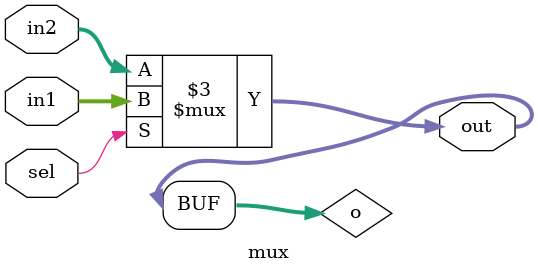
<source format=sv>
module mux(
	input	[7:0] in1,
	input [7:0] in2,
	input	sel,
	output [7:0] out
);

reg [7:0] o;
assign out = o;

always_comb begin
	if(sel)
		o = in1;
	else
		o = in2;
end

endmodule
</source>
